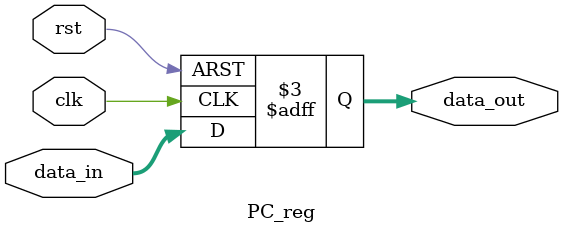
<source format=v>
`timescale 1ns / 1ps


module PC_reg(
    input clk,
    input rst,
    input [31:0] data_in,
    output reg [31:0] data_out
    );
    always@(posedge clk or posedge rst) 
    begin
        if(rst==1)
            data_out <= 32'h00400000;
        else
            data_out <= data_in;  
    end
endmodule
</source>
